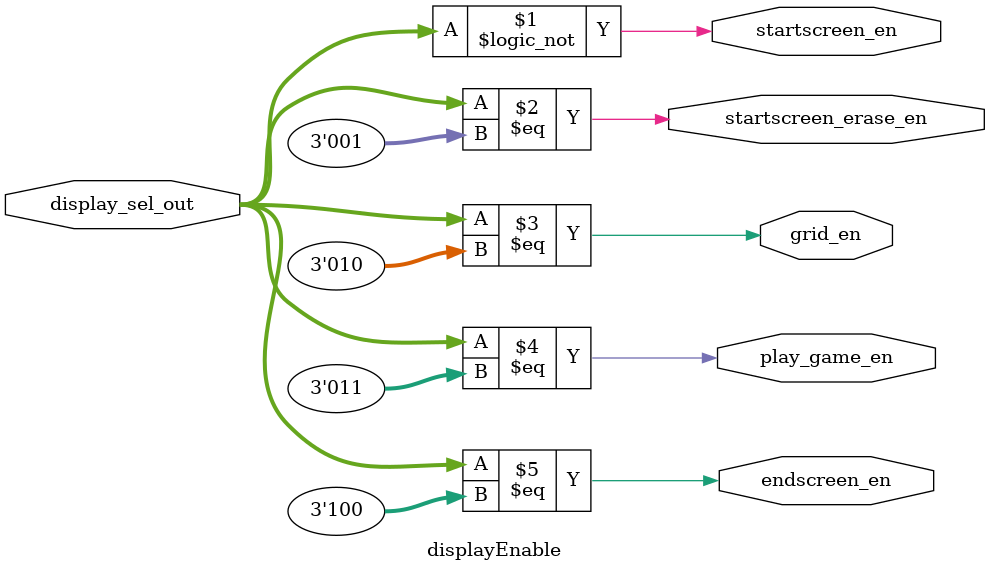
<source format=v>
module selectDisplay(clk, resetn, enable, input_key, startscreen_done, grid_done, game_done, display_sel_out);
	input 			clk, resetn, enable, input_key; 		//input_key used to start game / restart game 
	input			startscreen_done, grid_done, game_done;		//flags to signal that drawing has finished
	reg		[2:0]	current_state, next_state; 			//3 bits since there are 5 states
	output	reg	[2:0]	display_sel_out;

	//5 states
	localparam	STARTSCREEN		= 3'd0,
			STARTSCREEN_ERASE	= 3'd1,
			DRAW_GRID		= 3'd2,
			PLAY_GAME		= 3'd3,
			ENDSCREEN		= 3'd4;

	//State Table
	always@(*)
	begin: state_table
		case (current_state)
			STARTSCREEN:		next_state = input_key ? STARTSCREEN_ERASE : STARTSCREEN; //if input_key == true then STARTSCREEN_ERASE, else: STARTSCREEN
			STARTSCREEN_ERASE:	next_state = startscreen_done ? DRAW_GRID : STARTSCREEN_ERASE;
			DRAW_GRID:		next_state = grid_done ? PLAY_GAME : DRAW_GRID;
			PLAY_GAME:		next_state = game_done ? ENDSCREEN : PLAY_GAME;
			ENDSCREEN:		next_state = input_key ? STARTSCREEN : ENDSCREEN;
			default: 		next_state = STARTSCREEN;
		endcase
	end

	//State Outputs
	always@(*)
	begin: enable_signals
		case(current_state)
			STARTSCREEN: 		display_sel_out = 3'd0;
			STARTSCREEN_ERASE: 	display_sel_out	= 3'd1;
			DRAW_GRID:		display_sel_out	= 3'd2;
			PLAY_GAME:		display_sel_out = 3'd3;
			ENDSCREEN:		display_sel_out = 3'd4;
			default: display_sel_out = 3'd0;
		endcase
	end

    	always@(posedge clk)
    	begin: state_FFs
        	if(!resetn)
            		current_state <= STARTSCREEN;
        	else
            		current_state <= next_state;
    	end

endmodule

module displayEnable(display_sel_out, startscreen_en, startscreen_erase_en, grid_en, play_game_en, endscreen_en);
	input	[2:0]	display_sel_out;
	output		startscreen_en, startscreen_erase_en, grid_en, play_game_en, endscreen_en;

	assign startscreen_en 		= (display_sel_out[2:0] == 3'd0);
	assign startscreen_erase_en 	= (display_sel_out[2:0] == 3'd1);
	assign grid_en			= (display_sel_out[2:0] == 3'd2);
	assign play_game_en		= (display_sel_out[2:0] == 3'd3);
	assign endscreen_en		= (display_sel_out[2:0] == 3'd4);

endmodule


</source>
